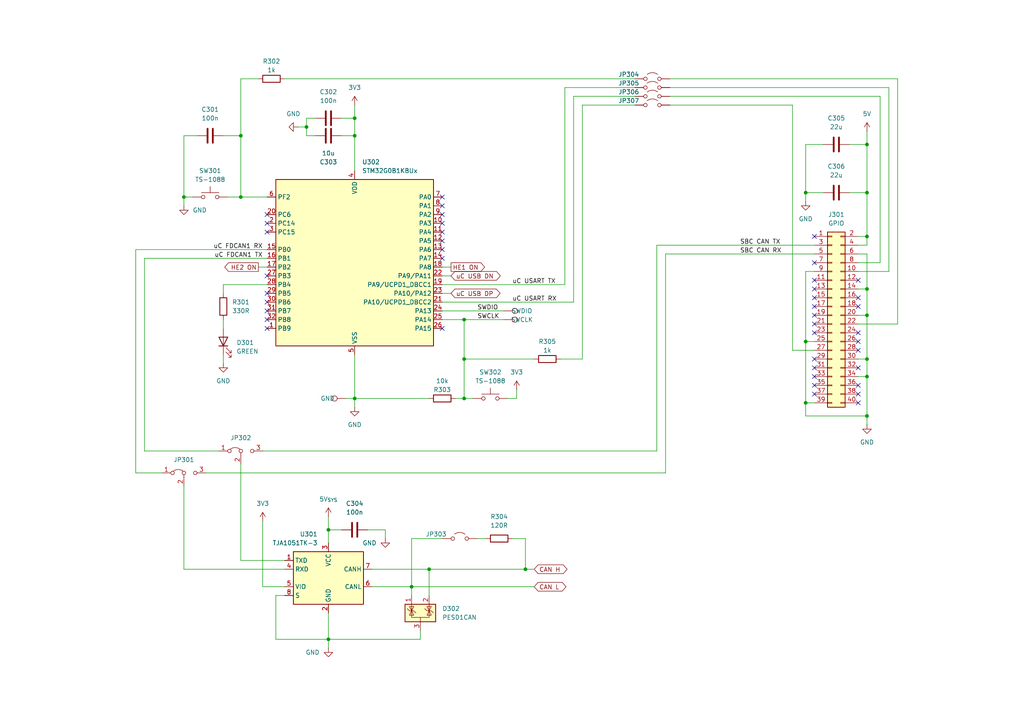
<source format=kicad_sch>
(kicad_sch (version 20250114) (generator "eeschema") (generator_version "9.0")
  (paper "A4")
  (title_block (title "EWS - Power, CANbus and USB HAT for 3D Printers") (date "2025-12-04") (rev "${PROJEKT_REV}") (company "Eduard Iten") (comment 1 "CC BY-NC-SA 4.0"))
  (lib_symbols
    (symbol "Connector_Generic:Conn_02x20_Odd_Even" (pin_names (offset 1.016) (hide yes))
      (property "Reference" "J" (at 1.27 25.4 0))
      (property "Value" "Conn_02x20_Odd_Even" (at 1.27 -27.94 0))
      (symbol "Conn_02x20_Odd_Even_1_1"
        (rectangle (start -1.27 24.13) (end 3.81 -26.67) (stroke (width 0.254)) (fill (type background)))
        (rectangle (start -1.27 22.987) (end 0 22.733) (stroke (width 0.1524)))
        (rectangle (start -1.27 20.447) (end 0 20.193) (stroke (width 0.1524)))
        (rectangle (start -1.27 17.907) (end 0 17.653) (stroke (width 0.1524)))
        (rectangle (start -1.27 15.367) (end 0 15.113) (stroke (width 0.1524)))
        (rectangle (start -1.27 12.827) (end 0 12.573) (stroke (width 0.1524)))
        (rectangle (start -1.27 10.287) (end 0 10.033) (stroke (width 0.1524)))
        (rectangle (start -1.27 7.747) (end 0 7.493) (stroke (width 0.1524)))
        (rectangle (start -1.27 5.207) (end 0 4.953) (stroke (width 0.1524)))
        (rectangle (start -1.27 2.667) (end 0 2.413) (stroke (width 0.1524)))
        (rectangle (start -1.27 0.127) (end 0 -0.127) (stroke (width 0.1524)))
        (rectangle (start -1.27 -2.413) (end 0 -2.667) (stroke (width 0.1524)))
        (rectangle (start -1.27 -4.953) (end 0 -5.207) (stroke (width 0.1524)))
        (rectangle (start -1.27 -7.493) (end 0 -7.747) (stroke (width 0.1524)))
        (rectangle (start -1.27 -10.033) (end 0 -10.287) (stroke (width 0.1524)))
        (rectangle (start -1.27 -12.573) (end 0 -12.827) (stroke (width 0.1524)))
        (rectangle (start -1.27 -15.113) (end 0 -15.367) (stroke (width 0.1524)))
        (rectangle (start -1.27 -17.653) (end 0 -17.907) (stroke (width 0.1524)))
        (rectangle (start -1.27 -20.193) (end 0 -20.447) (stroke (width 0.1524)))
        (rectangle (start -1.27 -22.733) (end 0 -22.987) (stroke (width 0.1524)))
        (rectangle (start -1.27 -25.273) (end 0 -25.527) (stroke (width 0.1524)))
        (rectangle (start 3.81 22.987) (end 2.54 22.733) (stroke (width 0.1524)))
        (rectangle (start 3.81 20.447) (end 2.54 20.193) (stroke (width 0.1524)))
        (rectangle (start 3.81 17.907) (end 2.54 17.653) (stroke (width 0.1524)))
        (rectangle (start 3.81 15.367) (end 2.54 15.113) (stroke (width 0.1524)))
        (rectangle (start 3.81 12.827) (end 2.54 12.573) (stroke (width 0.1524)))
        (rectangle (start 3.81 10.287) (end 2.54 10.033) (stroke (width 0.1524)))
        (rectangle (start 3.81 7.747) (end 2.54 7.493) (stroke (width 0.1524)))
        (rectangle (start 3.81 5.207) (end 2.54 4.953) (stroke (width 0.1524)))
        (rectangle (start 3.81 2.667) (end 2.54 2.413) (stroke (width 0.1524)))
        (rectangle (start 3.81 0.127) (end 2.54 -0.127) (stroke (width 0.1524)))
        (rectangle (start 3.81 -2.413) (end 2.54 -2.667) (stroke (width 0.1524)))
        (rectangle (start 3.81 -4.953) (end 2.54 -5.207) (stroke (width 0.1524)))
        (rectangle (start 3.81 -7.493) (end 2.54 -7.747) (stroke (width 0.1524)))
        (rectangle (start 3.81 -10.033) (end 2.54 -10.287) (stroke (width 0.1524)))
        (rectangle (start 3.81 -12.573) (end 2.54 -12.827) (stroke (width 0.1524)))
        (rectangle (start 3.81 -15.113) (end 2.54 -15.367) (stroke (width 0.1524)))
        (rectangle (start 3.81 -17.653) (end 2.54 -17.907) (stroke (width 0.1524)))
        (rectangle (start 3.81 -20.193) (end 2.54 -20.447) (stroke (width 0.1524)))
        (rectangle (start 3.81 -22.733) (end 2.54 -22.987) (stroke (width 0.1524)))
        (rectangle (start 3.81 -25.273) (end 2.54 -25.527) (stroke (width 0.1524)))
        (pin passive line (at -5.08 22.86 0) (length 3.81) (name "Pin_1") (number "1"))
        (pin passive line (at -5.08 20.32 0) (length 3.81) (name "Pin_3") (number "3"))
        (pin passive line (at -5.08 17.78 0) (length 3.81) (name "Pin_5") (number "5"))
        (pin passive line (at -5.08 15.24 0) (length 3.81) (name "Pin_7") (number "7"))
        (pin passive line (at -5.08 12.7 0) (length 3.81) (name "Pin_9") (number "9"))
        (pin passive line (at -5.08 10.16 0) (length 3.81) (name "Pin_11") (number "11"))
        (pin passive line (at -5.08 7.62 0) (length 3.81) (name "Pin_13") (number "13"))
        (pin passive line (at -5.08 5.08 0) (length 3.81) (name "Pin_15") (number "15"))
        (pin passive line (at -5.08 2.54 0) (length 3.81) (name "Pin_17") (number "17"))
        (pin passive line (at -5.08 0 0) (length 3.81) (name "Pin_19") (number "19"))
        (pin passive line (at -5.08 -2.54 0) (length 3.81) (name "Pin_21") (number "21"))
        (pin passive line (at -5.08 -5.08 0) (length 3.81) (name "Pin_23") (number "23"))
        (pin passive line (at -5.08 -7.62 0) (length 3.81) (name "Pin_25") (number "25"))
        (pin passive line (at -5.08 -10.16 0) (length 3.81) (name "Pin_27") (number "27"))
        (pin passive line (at -5.08 -12.7 0) (length 3.81) (name "Pin_29") (number "29"))
        (pin passive line (at -5.08 -15.24 0) (length 3.81) (name "Pin_31") (number "31"))
        (pin passive line (at -5.08 -17.78 0) (length 3.81) (name "Pin_33") (number "33"))
        (pin passive line (at -5.08 -20.32 0) (length 3.81) (name "Pin_35") (number "35"))
        (pin passive line (at -5.08 -22.86 0) (length 3.81) (name "Pin_37") (number "37"))
        (pin passive line (at -5.08 -25.4 0) (length 3.81) (name "Pin_39") (number "39"))
        (pin passive line (at 7.62 22.86 180) (length 3.81) (name "Pin_2") (number "2"))
        (pin passive line (at 7.62 20.32 180) (length 3.81) (name "Pin_4") (number "4"))
        (pin passive line (at 7.62 17.78 180) (length 3.81) (name "Pin_6") (number "6"))
        (pin passive line (at 7.62 15.24 180) (length 3.81) (name "Pin_8") (number "8"))
        (pin passive line (at 7.62 12.7 180) (length 3.81) (name "Pin_10") (number "10"))
        (pin passive line (at 7.62 10.16 180) (length 3.81) (name "Pin_12") (number "12"))
        (pin passive line (at 7.62 7.62 180) (length 3.81) (name "Pin_14") (number "14"))
        (pin passive line (at 7.62 5.08 180) (length 3.81) (name "Pin_16") (number "16"))
        (pin passive line (at 7.62 2.54 180) (length 3.81) (name "Pin_18") (number "18"))
        (pin passive line (at 7.62 0 180) (length 3.81) (name "Pin_20") (number "20"))
        (pin passive line (at 7.62 -2.54 180) (length 3.81) (name "Pin_22") (number "22"))
        (pin passive line (at 7.62 -5.08 180) (length 3.81) (name "Pin_24") (number "24"))
        (pin passive line (at 7.62 -7.62 180) (length 3.81) (name "Pin_26") (number "26"))
        (pin passive line (at 7.62 -10.16 180) (length 3.81) (name "Pin_28") (number "28"))
        (pin passive line (at 7.62 -12.7 180) (length 3.81) (name "Pin_30") (number "30"))
        (pin passive line (at 7.62 -15.24 180) (length 3.81) (name "Pin_32") (number "32"))
        (pin passive line (at 7.62 -17.78 180) (length 3.81) (name "Pin_34") (number "34"))
        (pin passive line (at 7.62 -20.32 180) (length 3.81) (name "Pin_36") (number "36"))
        (pin passive line (at 7.62 -22.86 180) (length 3.81) (name "Pin_38") (number "38"))
        (pin passive line (at 7.62 -25.4 180) (length 3.81) (name "Pin_40") (number "40"))
      )
    )
    (symbol "Device:C" (pin_numbers (hide yes)) (pin_names (offset 0.254))
      (property "Reference" "C" (at 0.635 2.54 0))
      (property "Value" "C" (at 0.635 -2.54 0))
      (symbol "C_0_1"
        (polyline (pts (xy -2.032 0.762) (xy 2.032 0.762)) (stroke (width 0.508)))
        (polyline (pts (xy -2.032 -0.762) (xy 2.032 -0.762)) (stroke (width 0.508)))
      )
      (symbol "C_1_1"
        (pin passive line (at 0 3.81 270) (length 2.794) (name "~") (number "1"))
        (pin passive line (at 0 -3.81 90) (length 2.794) (name "~") (number "2"))
      )
    )
    (symbol "Device:LED" (pin_numbers (hide yes)) (pin_names (offset 1.016) (hide yes))
      (property "Reference" "D" (at 0 2.54 0))
      (property "Value" "LED" (at 0 -2.54 0))
      (symbol "LED_0_1"
        (polyline (pts (xy -3.048 -0.762) (xy -4.572 -2.286) (xy -3.81 -2.286) (xy -4.572 -2.286) (xy -4.572 -1.524)))
        (polyline (pts (xy -1.778 -0.762) (xy -3.302 -2.286) (xy -2.54 -2.286) (xy -3.302 -2.286) (xy -3.302 -1.524)))
        (polyline (pts (xy -1.27 0) (xy 1.27 0)))
        (polyline (pts (xy -1.27 -1.27) (xy -1.27 1.27)) (stroke (width 0.254)))
        (polyline (pts (xy 1.27 -1.27) (xy 1.27 1.27) (xy -1.27 0) (xy 1.27 -1.27)) (stroke (width 0.254)))
      )
      (symbol "LED_1_1"
        (pin passive line (at -3.81 0 0) (length 2.54) (name "K") (number "1"))
        (pin passive line (at 3.81 0 180) (length 2.54) (name "A") (number "2"))
      )
    )
    (symbol "Device:R" (pin_numbers (hide yes)) (pin_names (offset 0))
      (property "Reference" "R" (at 2.032 0 90))
      (property "Value" "R" (at 0 0 90))
      (symbol "R_0_1"
        (rectangle (start -1.016 -2.54) (end 1.016 2.54) (stroke (width 0.254)))
      )
      (symbol "R_1_1"
        (pin passive line (at 0 3.81 270) (length 1.27) (name "~") (number "1"))
        (pin passive line (at 0 -3.81 90) (length 1.27) (name "~") (number "2"))
      )
    )
    (symbol "Interface_CAN_LIN:TJA1051TK-3"
      (property "Reference" "U" (at -10.16 8.89 0))
      (property "Value" "TJA1051TK-3" (at 1.27 8.89 0))
      (symbol "TJA1051TK-3_0_1"
        (rectangle (start -10.16 7.62) (end 10.16 -7.62) (stroke (width 0.254)) (fill (type background)))
      )
      (symbol "TJA1051TK-3_1_1"
        (pin input line (at -12.7 5.08 0) (length 2.54) (name "TXD") (number "1"))
        (pin output line (at -12.7 2.54 0) (length 2.54) (name "RXD") (number "4"))
        (pin power_in line (at -12.7 -2.54 0) (length 2.54) (name "VIO") (number "5"))
        (pin input line (at -12.7 -5.08 0) (length 2.54) (name "S") (number "8"))
        (pin power_in line (at 0 10.16 270) (length 2.54) (name "VCC") (number "3"))
        (pin power_in line (at 0 -10.16 90) (length 2.54) (name "GND") (number "2"))
        (pin passive line (at 0 -10.16 90) (length 2.54) (hide yes) (name "GND") (number "9"))
        (pin bidirectional line (at 12.7 2.54 180) (length 2.54) (name "CANH") (number "7"))
        (pin bidirectional line (at 12.7 -2.54 180) (length 2.54) (name "CANL") (number "6"))
      )
    )
    (symbol "Jumper:Jumper_2_Open" (pin_numbers (hide yes)) (pin_names (offset 0) (hide yes))
      (property "Reference" "JP" (at 0 2.794 0))
      (property "Value" "Jumper_2_Open" (at 0 -2.286 0))
      (symbol "Jumper_2_Open_0_0"
        (circle (center -2.032 0) (radius 0.508))
        (circle (center 2.032 0) (radius 0.508))
      )
      (symbol "Jumper_2_Open_0_1"
        (arc (start -1.524 1.27) (mid 0 1.778) (end 1.524 1.27))
      )
      (symbol "Jumper_2_Open_1_1"
        (pin passive line (at -5.08 0 0) (length 2.54) (name "A") (number "1"))
        (pin passive line (at 5.08 0 180) (length 2.54) (name "B") (number "2"))
      )
    )
    (symbol "Jumper:Jumper_3_Bridged12" (pin_names (offset 0) (hide yes)) (in_bom no)
      (property "Reference" "JP" (at -2.54 -2.54 0))
      (property "Value" "Jumper_3_Bridged12" (at 0 2.794 0))
      (symbol "Jumper_3_Bridged12_0_0"
        (circle (center -3.302 0) (radius 0.508))
        (circle (center 0 0) (radius 0.508))
        (circle (center 3.302 0) (radius 0.508))
      )
      (symbol "Jumper_3_Bridged12_0_1"
        (arc (start -3.048 0.508) (mid -1.651 0.9912) (end -0.254 0.508))
        (polyline (pts (xy 0 -1.27) (xy 0 -0.508)))
      )
      (symbol "Jumper_3_Bridged12_1_1"
        (pin passive line (at -6.35 0 0) (length 2.54) (name "A") (number "1"))
        (pin passive line (at 0 -3.81 90) (length 2.54) (name "C") (number "2"))
        (pin passive line (at 6.35 0 180) (length 2.54) (name "B") (number "3"))
      )
    )
    (symbol "MCU_ST_STM32G0:STM32G0B1KBUx"
      (property "Reference" "U" (at -22.86 26.67 0))
      (property "Value" "STM32G0B1KBUx" (at 2.54 26.67 0))
      (symbol "STM32G0B1KBUx_0_1"
        (rectangle (start -22.86 -22.86) (end 22.86 25.4) (stroke (width 0.254)) (fill (type background)))
      )
      (symbol "STM32G0B1KBUx_1_1"
        (pin bidirectional line (at -25.4 20.32 0) (length 2.54) (name "PF2") (number "6"))
        (pin bidirectional line (at -25.4 15.24 0) (length 2.54) (name "PC6") (number "20"))
        (pin bidirectional line (at -25.4 12.7 0) (length 2.54) (name "PC14") (number "2"))
        (pin bidirectional line (at -25.4 10.16 0) (length 2.54) (name "PC15") (number "3"))
        (pin bidirectional line (at -25.4 5.08 0) (length 2.54) (name "PB0") (number "15"))
        (pin bidirectional line (at -25.4 2.54 0) (length 2.54) (name "PB1") (number "16"))
        (pin bidirectional line (at -25.4 0 0) (length 2.54) (name "PB2") (number "17"))
        (pin bidirectional line (at -25.4 -2.54 0) (length 2.54) (name "PB3") (number "27"))
        (pin bidirectional line (at -25.4 -5.08 0) (length 2.54) (name "PB4") (number "28"))
        (pin bidirectional line (at -25.4 -7.62 0) (length 2.54) (name "PB5") (number "29"))
        (pin bidirectional line (at -25.4 -10.16 0) (length 2.54) (name "PB6") (number "30"))
        (pin bidirectional line (at -25.4 -12.7 0) (length 2.54) (name "PB7") (number "31"))
        (pin bidirectional line (at -25.4 -15.24 0) (length 2.54) (name "PB8") (number "32"))
        (pin bidirectional line (at -25.4 -17.78 0) (length 2.54) (name "PB9") (number "1"))
        (pin power_in line (at 0 27.94 270) (length 2.54) (name "VDD") (number "4"))
        (pin passive line (at 0 -25.4 90) (length 2.54) (hide yes) (name "VSS") (number "33"))
        (pin power_in line (at 0 -25.4 90) (length 2.54) (name "VSS") (number "5"))
        (pin bidirectional line (at 25.4 20.32 180) (length 2.54) (name "PA0") (number "7"))
        (pin bidirectional line (at 25.4 17.78 180) (length 2.54) (name "PA1") (number "8"))
        (pin bidirectional line (at 25.4 15.24 180) (length 2.54) (name "PA2") (number "9"))
        (pin bidirectional line (at 25.4 12.7 180) (length 2.54) (name "PA3") (number "10"))
        (pin bidirectional line (at 25.4 10.16 180) (length 2.54) (name "PA4") (number "11"))
        (pin bidirectional line (at 25.4 7.62 180) (length 2.54) (name "PA5") (number "12"))
        (pin bidirectional line (at 25.4 5.08 180) (length 2.54) (name "PA6") (number "13"))
        (pin bidirectional line (at 25.4 2.54 180) (length 2.54) (name "PA7") (number "14"))
        (pin bidirectional line (at 25.4 0 180) (length 2.54) (name "PA8") (number "18"))
        (pin bidirectional line (at 25.4 -2.54 180) (length 2.54) (name "PA9/PA11") (number "22"))
        (pin bidirectional line (at 25.4 -5.08 180) (length 2.54) (name "PA9/UCPD1_DBCC1") (number "19"))
        (pin bidirectional line (at 25.4 -7.62 180) (length 2.54) (name "PA10/PA12") (number "23"))
        (pin bidirectional line (at 25.4 -10.16 180) (length 2.54) (name "PA10/UCPD1_DBCC2") (number "21"))
        (pin bidirectional line (at 25.4 -12.7 180) (length 2.54) (name "PA13") (number "24"))
        (pin bidirectional line (at 25.4 -15.24 180) (length 2.54) (name "PA14") (number "25"))
        (pin bidirectional line (at 25.4 -17.78 180) (length 2.54) (name "PA15") (number "26"))
      )
    )
    (symbol "NamedTestPoint_1" (pin_numbers (hide yes)) (pin_names (offset 0.762) (hide yes))
      (property "Value" "${SHORT_NET_NAME(1)}" (at 0 6.35 0))
      (symbol "NamedTestPoint_1_0_1"
        (circle (center 0 3.302) (radius 0.762))
      )
      (symbol "NamedTestPoint_1_1_1"
        (pin passive line (at 0 0 90) (length 2.54) (name "1") (number "1"))
      )
    )
    (symbol "Power_Protection:NUP2105L" (pin_names (hide yes))
      (property "Reference" "D" (at 5.715 2.54 0))
      (property "Value" "NUP2105L" (at 5.715 0.635 0))
      (symbol "NUP2105L_0_0"
        (pin passive line (at 0 -5.08 90) (length 2.54) (name "A") (number "3"))
      )
      (symbol "NUP2105L_0_1"
        (rectangle (start -4.445 2.54) (end 4.445 -2.54) (stroke (width 0.254)) (fill (type background)))
        (polyline (pts (xy -3.81 1.27) (xy -3.175 0.635) (xy -1.905 0.635) (xy -1.27 0)))
        (polyline (pts (xy -2.54 2.54) (xy -2.54 0.635)))
        (polyline (pts (xy -2.54 0.635) (xy -2.54 -1.27) (xy 2.54 -1.27) (xy 2.54 0.635)))
        (polyline (pts (xy -2.54 0.635) (xy -1.905 -0.635) (xy -3.175 -0.635) (xy -2.54 0.635)))
        (polyline (pts (xy -2.54 0.635) (xy -3.175 1.905) (xy -1.905 1.905) (xy -2.54 0.635) (xy -2.54 1.27)))
        (polyline (pts (xy 0 -1.27) (xy 0 -2.54)))
        (polyline (pts (xy 1.27 1.27) (xy 1.905 0.635) (xy 2.54 0.635) (xy 3.175 0.635) (xy 3.81 0)))
        (polyline (pts (xy 2.54 2.54) (xy 2.54 0.635)))
        (polyline (pts (xy 2.54 0.635) (xy 1.905 -0.635) (xy 3.175 -0.635) (xy 2.54 0.635)))
        (polyline (pts (xy 2.54 0.635) (xy 3.175 1.905) (xy 1.905 1.905) (xy 2.54 0.635)))
      )
      (symbol "NUP2105L_1_1"
        (pin passive line (at -2.54 5.08 270) (length 2.54) (name "K") (number "1"))
        (pin passive line (at 2.54 5.08 270) (length 2.54) (name "K") (number "2"))
      )
    )
    (symbol "Switch:SW_Push" (pin_numbers (hide yes)) (pin_names (offset 1.016) (hide yes))
      (property "Reference" "SW" (at 1.27 2.54 0))
      (property "Value" "SW_Push" (at 0 -1.524 0))
      (symbol "SW_Push_0_1"
        (circle (center -2.032 0) (radius 0.508))
        (polyline (pts (xy 0 1.27) (xy 0 3.048)))
        (circle (center 2.032 0) (radius 0.508))
        (polyline (pts (xy 2.54 1.27) (xy -2.54 1.27)))
        (pin passive line (at -5.08 0 0) (length 2.54) (name "1") (number "1"))
        (pin passive line (at 5.08 0 180) (length 2.54) (name "2") (number "2"))
      )
    )
    (symbol "power:+3.3V" (power) (pin_numbers (hide yes)) (pin_names (offset 0) (hide yes))
      (property "Value" "+3.3V" (at 0 3.556 0))
      (symbol "+3.3V_0_1"
        (polyline (pts (xy -0.762 1.27) (xy 0 2.54)))
        (polyline (pts (xy 0 2.54) (xy 0.762 1.27)))
        (polyline (pts (xy 0 0) (xy 0 2.54)))
      )
      (symbol "+3.3V_1_1"
        (pin power_in line (at 0 0 90) (length 0) (name "~") (number "1"))
      )
    )
    (symbol "power:+5V" (power) (pin_numbers (hide yes)) (pin_names (offset 0) (hide yes))
      (property "Value" "+5V" (at 0 3.556 0))
      (symbol "+5V_0_1"
        (polyline (pts (xy -0.762 1.27) (xy 0 2.54)))
        (polyline (pts (xy 0 2.54) (xy 0.762 1.27)))
        (polyline (pts (xy 0 0) (xy 0 2.54)))
      )
      (symbol "+5V_1_1"
        (pin power_in line (at 0 0 90) (length 0) (name "~") (number "1"))
      )
    )
    (symbol "power:GND" (power) (pin_numbers (hide yes)) (pin_names (offset 0) (hide yes))
      (property "Value" "GND" (at 0 -3.81 0))
      (symbol "GND_0_1"
        (polyline (pts (xy 0 0) (xy 0 -1.27) (xy 1.27 -1.27) (xy 0 -2.54) (xy -1.27 -1.27) (xy 0 -1.27)))
      )
      (symbol "GND_1_1"
        (pin power_in line (at 0 0 270) (length 0) (name "~") (number "1"))
      )
    )
  )
  (junction (at 69.85 57.15))
  (junction (at 88.9 36.83))
  (junction (at 95.25 153.67))
  (junction (at 251.46 68.58))
  (junction (at 102.87 39.37))
  (junction (at 233.68 116.84))
  (junction (at 134.62 92.71))
  (junction (at 233.68 55.88))
  (junction (at 102.87 34.29))
  (junction (at 69.85 39.37))
  (junction (at 251.46 91.44))
  (junction (at 251.46 83.82))
  (junction (at 152.4 165.1))
  (junction (at 233.68 99.06))
  (junction (at 95.25 185.42))
  (junction (at 124.46 165.1))
  (junction (at 251.46 41.91))
  (junction (at 134.62 104.14))
  (junction (at 251.46 120.65))
  (junction (at 134.62 115.57))
  (junction (at 251.46 55.88))
  (junction (at 53.34 57.15))
  (junction (at 251.46 104.14))
  (junction (at 102.87 115.57))
  (junction (at 119.38 170.18))
  (junction (at 251.46 109.22))
  (no_connect (at 248.92 99.06))
  (no_connect (at 236.22 109.22))
  (no_connect (at 248.92 81.28))
  (no_connect (at 248.92 86.36))
  (no_connect (at 236.22 88.9))
  (no_connect (at 236.22 96.52))
  (no_connect (at 236.22 111.76))
  (no_connect (at 236.22 106.68))
  (no_connect (at 128.27 64.77))
  (no_connect (at 248.92 96.52))
  (no_connect (at 248.92 116.84))
  (no_connect (at 128.27 59.69))
  (no_connect (at 77.47 95.25))
  (no_connect (at 128.27 62.23))
  (no_connect (at 77.47 80.01))
  (no_connect (at 77.47 85.09))
  (no_connect (at 236.22 104.14))
  (no_connect (at 77.47 87.63))
  (no_connect (at 248.92 114.3))
  (no_connect (at 128.27 72.39))
  (no_connect (at 128.27 67.31))
  (no_connect (at 236.22 86.36))
  (no_connect (at 248.92 101.6))
  (no_connect (at 77.47 62.23))
  (no_connect (at 236.22 81.28))
  (no_connect (at 128.27 69.85))
  (no_connect (at 128.27 74.93))
  (no_connect (at 236.22 83.82))
  (no_connect (at 77.47 92.71))
  (no_connect (at 248.92 111.76))
  (no_connect (at 128.27 95.25))
  (no_connect (at 236.22 91.44))
  (no_connect (at 236.22 76.2))
  (no_connect (at 77.47 67.31))
  (no_connect (at 236.22 93.98))
  (no_connect (at 248.92 106.68))
  (no_connect (at 248.92 88.9))
  (no_connect (at 236.22 114.3))
  (no_connect (at 128.27 57.15))
  (no_connect (at 236.22 68.58))
  (no_connect (at 77.47 64.77))
  (no_connect (at 77.47 90.17))
  (wire (pts (xy 53.34 165.1) (xy 53.34 140.97)))
  (wire (pts (xy 119.38 170.18) (xy 107.95 170.18)))
  (wire (pts (xy 152.4 165.1) (xy 152.4 156.21)))
  (wire (pts (xy 39.37 72.39) (xy 77.47 72.39)))
  (wire (pts (xy 82.55 22.86) (xy 184.15 22.86)))
  (wire (pts (xy 251.46 123.19) (xy 251.46 120.65)))
  (wire (pts (xy 248.92 68.58) (xy 251.46 68.58)))
  (wire (pts (xy 80.01 172.72) (xy 80.01 185.42)))
  (wire (pts (xy 128.27 92.71) (xy 134.62 92.71)))
  (wire (pts (xy 88.9 34.29) (xy 91.44 34.29)))
  (wire (pts (xy 64.77 82.55) (xy 77.47 82.55)))
  (wire (pts (xy 128.27 85.09) (xy 130.81 85.09)))
  (wire (pts (xy 233.68 78.74) (xy 233.68 99.06)))
  (wire (pts (xy 80.01 185.42) (xy 95.25 185.42)))
  (wire (pts (xy 128.27 82.55) (xy 163.83 82.55)))
  (wire (pts (xy 257.81 25.4) (xy 257.81 78.74)))
  (wire (pts (xy 233.68 55.88) (xy 233.68 58.42)))
  (wire (pts (xy 229.87 101.6) (xy 236.22 101.6)))
  (wire (pts (xy 95.25 149.86) (xy 95.25 153.67)))
  (wire (pts (xy 64.77 102.87) (xy 64.77 105.41)))
  (wire (pts (xy 111.76 156.21) (xy 111.76 153.67)))
  (wire (pts (xy 74.93 77.47) (xy 77.47 77.47)))
  (wire (pts (xy 134.62 104.14) (xy 134.62 115.57)))
  (wire (pts (xy 86.36 36.83) (xy 88.9 36.83)))
  (wire (pts (xy 233.68 116.84) (xy 233.68 120.65)))
  (wire (pts (xy 69.85 22.86) (xy 69.85 39.37)))
  (wire (pts (xy 233.68 99.06) (xy 236.22 99.06)))
  (wire (pts (xy 69.85 162.56) (xy 69.85 134.62)))
  (wire (pts (xy 119.38 170.18) (xy 119.38 172.72)))
  (wire (pts (xy 134.62 104.14) (xy 154.94 104.14)))
  (wire (pts (xy 248.92 83.82) (xy 251.46 83.82)))
  (wire (pts (xy 39.37 137.16) (xy 46.99 137.16)))
  (wire (pts (xy 248.92 109.22) (xy 251.46 109.22)))
  (wire (pts (xy 251.46 83.82) (xy 251.46 91.44)))
  (wire (pts (xy 134.62 92.71) (xy 134.62 104.14)))
  (wire (pts (xy 124.46 165.1) (xy 124.46 172.72)))
  (wire (pts (xy 251.46 109.22) (xy 251.46 120.65)))
  (wire (pts (xy 162.56 104.14) (xy 168.91 104.14)))
  (wire (pts (xy 132.08 115.57) (xy 134.62 115.57)))
  (wire (pts (xy 76.2 170.18) (xy 82.55 170.18)))
  (wire (pts (xy 124.46 165.1) (xy 107.95 165.1)))
  (wire (pts (xy 95.25 185.42) (xy 121.92 185.42)))
  (wire (pts (xy 193.04 73.66) (xy 193.04 137.16)))
  (wire (pts (xy 251.46 41.91) (xy 251.46 38.1)))
  (wire (pts (xy 194.31 22.86) (xy 260.35 22.86)))
  (wire (pts (xy 194.31 27.94) (xy 255.27 27.94)))
  (wire (pts (xy 59.69 137.16) (xy 193.04 137.16)))
  (wire (pts (xy 251.46 104.14) (xy 251.46 109.22)))
  (wire (pts (xy 99.06 39.37) (xy 102.87 39.37)))
  (wire (pts (xy 190.5 71.12) (xy 190.5 130.81)))
  (wire (pts (xy 236.22 78.74) (xy 233.68 78.74)))
  (wire (pts (xy 64.77 85.09) (xy 64.77 82.55)))
  (wire (pts (xy 41.91 130.81) (xy 63.5 130.81)))
  (wire (pts (xy 251.46 68.58) (xy 251.46 55.88)))
  (wire (pts (xy 95.25 177.8) (xy 95.25 185.42)))
  (wire (pts (xy 251.46 73.66) (xy 251.46 83.82)))
  (wire (pts (xy 76.2 130.81) (xy 190.5 130.81)))
  (wire (pts (xy 166.37 87.63) (xy 166.37 27.94)))
  (wire (pts (xy 166.37 27.94) (xy 184.15 27.94)))
  (wire (pts (xy 233.68 99.06) (xy 233.68 116.84)))
  (wire (pts (xy 138.43 156.21) (xy 140.97 156.21)))
  (wire (pts (xy 260.35 93.98) (xy 248.92 93.98)))
  (wire (pts (xy 194.31 30.48) (xy 229.87 30.48)))
  (wire (pts (xy 95.25 153.67) (xy 95.25 157.48)))
  (wire (pts (xy 128.27 90.17) (xy 146.05 90.17)))
  (wire (pts (xy 99.06 153.67) (xy 95.25 153.67)))
  (wire (pts (xy 255.27 27.94) (xy 255.27 76.2)))
  (wire (pts (xy 152.4 165.1) (xy 154.94 165.1)))
  (wire (pts (xy 251.46 71.12) (xy 251.46 68.58)))
  (wire (pts (xy 248.92 73.66) (xy 251.46 73.66)))
  (wire (pts (xy 163.83 82.55) (xy 163.83 25.4)))
  (wire (pts (xy 229.87 30.48) (xy 229.87 101.6)))
  (wire (pts (xy 102.87 30.48) (xy 102.87 34.29)))
  (wire (pts (xy 88.9 39.37) (xy 88.9 36.83)))
  (wire (pts (xy 128.27 80.01) (xy 130.81 80.01)))
  (wire (pts (xy 41.91 74.93) (xy 41.91 130.81)))
  (wire (pts (xy 82.55 172.72) (xy 80.01 172.72)))
  (wire (pts (xy 39.37 72.39) (xy 39.37 137.16)))
  (wire (pts (xy 124.46 115.57) (xy 102.87 115.57)))
  (wire (pts (xy 102.87 34.29) (xy 102.87 39.37)))
  (wire (pts (xy 194.31 25.4) (xy 257.81 25.4)))
  (wire (pts (xy 41.91 74.93) (xy 77.47 74.93)))
  (wire (pts (xy 251.46 55.88) (xy 251.46 41.91)))
  (wire (pts (xy 238.76 41.91) (xy 233.68 41.91)))
  (wire (pts (xy 233.68 41.91) (xy 233.68 55.88)))
  (wire (pts (xy 238.76 55.88) (xy 233.68 55.88)))
  (wire (pts (xy 257.81 78.74) (xy 248.92 78.74)))
  (wire (pts (xy 251.46 91.44) (xy 251.46 104.14)))
  (wire (pts (xy 121.92 182.88) (xy 121.92 185.42)))
  (wire (pts (xy 111.76 153.67) (xy 106.68 153.67)))
  (wire (pts (xy 246.38 41.91) (xy 251.46 41.91)))
  (wire (pts (xy 248.92 104.14) (xy 251.46 104.14)))
  (wire (pts (xy 64.77 92.71) (xy 64.77 95.25)))
  (wire (pts (xy 163.83 25.4) (xy 184.15 25.4)))
  (wire (pts (xy 246.38 55.88) (xy 251.46 55.88)))
  (wire (pts (xy 102.87 115.57) (xy 102.87 118.11)))
  (wire (pts (xy 248.92 71.12) (xy 251.46 71.12)))
  (wire (pts (xy 91.44 39.37) (xy 88.9 39.37)))
  (wire (pts (xy 102.87 39.37) (xy 102.87 49.53)))
  (wire (pts (xy 168.91 30.48) (xy 168.91 104.14)))
  (wire (pts (xy 64.77 39.37) (xy 69.85 39.37)))
  (wire (pts (xy 128.27 87.63) (xy 166.37 87.63)))
  (wire (pts (xy 233.68 116.84) (xy 236.22 116.84)))
  (wire (pts (xy 134.62 115.57) (xy 137.16 115.57)))
  (wire (pts (xy 102.87 102.87) (xy 102.87 115.57)))
  (wire (pts (xy 134.62 92.71) (xy 146.05 92.71)))
  (wire (pts (xy 248.92 91.44) (xy 251.46 91.44)))
  (wire (pts (xy 76.2 151.13) (xy 76.2 170.18)))
  (wire (pts (xy 55.88 57.15) (xy 53.34 57.15)))
  (wire (pts (xy 66.04 57.15) (xy 69.85 57.15)))
  (wire (pts (xy 82.55 165.1) (xy 53.34 165.1)))
  (wire (pts (xy 236.22 71.12) (xy 190.5 71.12)))
  (wire (pts (xy 53.34 57.15) (xy 53.34 59.69)))
  (wire (pts (xy 102.87 115.57) (xy 100.33 115.57)))
  (wire (pts (xy 53.34 39.37) (xy 53.34 57.15)))
  (wire (pts (xy 152.4 156.21) (xy 148.59 156.21)))
  (wire (pts (xy 248.92 76.2) (xy 255.27 76.2)))
  (wire (pts (xy 119.38 170.18) (xy 154.94 170.18)))
  (wire (pts (xy 95.25 185.42) (xy 95.25 187.96)))
  (wire (pts (xy 233.68 120.65) (xy 251.46 120.65)))
  (wire (pts (xy 82.55 162.56) (xy 69.85 162.56)))
  (wire (pts (xy 193.04 73.66) (xy 236.22 73.66)))
  (wire (pts (xy 77.47 57.15) (xy 69.85 57.15)))
  (wire (pts (xy 130.81 77.47) (xy 128.27 77.47)))
  (wire (pts (xy 149.86 113.03) (xy 149.86 115.57)))
  (wire (pts (xy 88.9 36.83) (xy 88.9 34.29)))
  (wire (pts (xy 99.06 34.29) (xy 102.87 34.29)))
  (wire (pts (xy 119.38 156.21) (xy 119.38 170.18)))
  (wire (pts (xy 149.86 115.57) (xy 147.32 115.57)))
  (wire (pts (xy 69.85 22.86) (xy 74.93 22.86)))
  (wire (pts (xy 69.85 39.37) (xy 69.85 57.15)))
  (wire (pts (xy 168.91 30.48) (xy 184.15 30.48)))
  (wire (pts (xy 152.4 165.1) (xy 124.46 165.1)))
  (wire (pts (xy 57.15 39.37) (xy 53.34 39.37)))
  (wire (pts (xy 260.35 22.86) (xy 260.35 93.98)))
  (wire (pts (xy 119.38 156.21) (xy 128.27 156.21)))
  (label "SBC CAN TX" (at 214.63 71.12 0))
  (label "uC USART TX" (at 148.59 82.55 0))
  (label "uC USART RX" (at 148.59 87.63 0))
  (label "SWDIO" (at 138.43 90.17 0))
  (label "SWCLK" (at 138.43 92.71 0))
  (label "uC FDCAN1 TX" (at 76.2 74.93 180))
  (label "uC FDCAN1 RX" (at 76.2 72.39 180))
  (label "SBC CAN RX" (at 214.63 73.66 0))
  (global_label "uC USB DN" (shape bidirectional) (at 130.81 80.01 0) (property "Intersheetrefs" "${INTERSHEET_REFS}" (effects (hide yes))))
  (global_label "uC USB DP" (shape bidirectional) (at 130.81 85.09 0) (property "Intersheetrefs" "${INTERSHEET_REFS}" (effects (hide yes))))
  (global_label "HE1 ON" (shape output) (at 130.81 77.47 0) (property "Intersheetrefs" "${INTERSHEET_REFS}" (effects (hide yes))))
  (global_label "CAN L" (shape bidirectional) (at 154.94 170.18 0) (property "Intersheetrefs" "${INTERSHEET_REFS}" (effects (hide yes))))
  (global_label "HE2 ON" (shape output) (at 74.93 77.47 180) (property "Intersheetrefs" "${INTERSHEET_REFS}" (effects (hide yes))))
  (global_label "CAN H" (shape bidirectional) (at 154.94 165.1 0) (property "Intersheetrefs" "${INTERSHEET_REFS}" (effects (hide yes))))
  (symbol (lib_id "Device:C") (at 102.87 153.67 270) (mirror x) (unit 1)
    (property "Reference" "C304" (at 102.87 146.05 90))
    (property "Value" "100n" (at 102.87 148.59 90))
    (property "Footprint" "Capacitor_SMD:C_0402_1005Metric" (effects (hide yes)))
    (property "Description" "Unpolarized capacitor" (effects (hide yes)))
    (property "LCSC Part #" "C307331" (effects (hide yes)))
    (property "Manufacturer Part #" "CL05B104KB54PNC" (effects (hide yes)))
  )
  (symbol (lib_id "Jumper:Jumper_3_Bridged12") (at 53.34 137.16 0) (unit 1) (in_bom no)
    (property "Reference" "JP301" (at 53.34 133.35 0))
    (property "Footprint" "project:SolderJumper-3_P1.3mm_Bridged12_RoundedPad1.0x1.5mm_custom" (effects (hide yes)))
    (property "Description" "Jumper, 3-pole, pins 1+2 closed/bridged" (effects (hide yes)))
  )
  (symbol (lib_id "Jumper:Jumper_2_Open") (at 189.23 22.86 0) (unit 1) (in_bom no)
    (property "Reference" "JP304" (at 185.42 21.59 0) (effects (justify right)))
    (property "Footprint" "Jumper:SolderJumper-2_P1.3mm_Open_RoundedPad1.0x1.5mm" (effects (hide yes)))
    (property "Description" "Jumper, 2-pole, open" (effects (hide yes)))
  )
  (symbol (lib_id "power:+3.3V") (at 251.46 38.1 0) (unit 1)
    (property "Reference" "#PWR0312" (effects (hide yes)))
    (property "Value" "5V" (at 251.46 33.02 0))
    (property "Description" "Power symbol creates a global label with name \"+3.3V\"" (effects (hide yes)))
  )
  (symbol (lib_id "Device:C") (at 95.25 39.37 270) (unit 1)
    (property "Reference" "C303" (at 95.25 46.99 90))
    (property "Value" "10u" (at 95.25 44.45 90))
    (property "Footprint" "Capacitor_SMD:C_0603_1608Metric" (effects (hide yes)))
    (property "Description" "Unpolarized capacitor" (effects (hide yes)))
    (property "Manufacturer Part #" "CL10A106MA8NRNC" (effects (hide yes)))
    (property "LCSC Part #" "C96446" (effects (hide yes)))
  )
  (symbol (lib_id "Device:R") (at 64.77 88.9 0) (unit 1)
    (property "Reference" "R301" (at 67.31 87.6299 0) (effects (justify left)))
    (property "Value" "330R" (at 67.31 90.1699 0) (effects (justify left)))
    (property "Footprint" "Resistor_SMD:R_0402_1005Metric" (effects (hide yes)))
    (property "Description" "Resistor" (effects (hide yes)))
    (property "Manufacturer Part #" "0402WGF3300TCE" (effects (hide yes)))
    (property "LCSC Part #" "C25104" (effects (hide yes)))
  )
  (symbol (lib_id "power:GND") (at 86.36 36.83 270) (unit 1)
    (property "Reference" "#PWR0304" (effects (hide yes)))
    (property "Value" "GND" (at 85.09 33.02 90))
    (property "Description" "Power symbol creates a global label with name \"GND\" , ground" (effects (hide yes)))
  )
  (symbol (lib_id "MCU_ST_STM32G0:STM32G0B1KBUx") (at 102.87 77.47 0) (unit 1)
    (property "Reference" "U302" (at 105.0133 46.99 0) (effects (justify left)))
    (property "Value" "STM32G0B1KBUx" (at 105.0133 49.53 0) (effects (justify left)))
    (property "Footprint" "Package_DFN_QFN:QFN-32-1EP_5x5mm_P0.5mm_EP3.45x3.45mm" (effects (hide yes)))
    (property "Datasheet" "https://www.st.com/resource/en/datasheet/stm32g0b1kb.pdf" (effects (hide yes)))
    (property "Description" "STMicroelectronics Arm Cortex-M0+ MCU, 128KB flash, 144KB RAM, 64 MHz, 1.7-3.6V, 30 GPIO, UFQFPN32" (effects (hide yes)))
    (property "LCSC Part #" "C5159549" (effects (hide yes)))
    (property "Manufacturer Part #" "STM32G0B1KBU6" (effects (hide yes)))
    (property "FT Rotation Offset" "270" (effects (hide yes)))
  )
  (symbol (lib_id "Switch:SW_Push") (at 142.24 115.57 0) (mirror y) (unit 1)
    (property "Reference" "SW302" (at 142.24 107.95 0))
    (property "Value" "TS-1088" (at 142.24 110.49 0))
    (property "Footprint" "Button_Switch_SMD:SW_SPST_TS-1088-xR020" (effects (hide yes)))
    (property "Description" "Push button switch, generic, two pins" (effects (hide yes)))
    (property "LCSC Part #" "C720477" (effects (hide yes)))
    (property "Manufacturer Part #" "TS-1088-AR02016" (effects (hide yes)))
  )
  (symbol (lib_id "Device:R") (at 144.78 156.21 90) (unit 1)
    (property "Reference" "R304" (at 144.78 149.86 90))
    (property "Value" "120R" (at 144.78 152.4 90))
    (property "Footprint" "Resistor_SMD:R_0603_1608Metric" (effects (hide yes)))
    (property "Description" "Resistor" (effects (hide yes)))
    (property "Manufacturer Part #" "0603WAF1200T5E" (effects (hide yes)))
    (property "LCSC Part #" "C22787" (effects (hide yes)))
  )
  (symbol (lib_id "Device:LED") (at 64.77 99.06 90) (unit 1)
    (property "Reference" "D301" (at 68.58 99.3774 90) (effects (justify right)))
    (property "Value" "GREEN" (at 68.58 101.9174 90) (effects (justify right)))
    (property "Footprint" "LED_SMD:LED_0805_2012Metric" (effects (hide yes)))
    (property "Description" "Light emitting diode" (effects (hide yes)))
    (property "Sim.Pins" "1=K 2=A" (effects (hide yes)))
    (property "Manufacturer Part #" "KT-0805G" (effects (hide yes)))
    (property "LCSC Part #" "C2297" (effects (hide yes)))
  )
  (symbol (lib_id "Jumper:Jumper_2_Open") (at 189.23 25.4 0) (unit 1) (in_bom no)
    (property "Reference" "JP305" (at 185.42 24.13 0) (effects (justify right)))
    (property "Footprint" "Jumper:SolderJumper-2_P1.3mm_Open_RoundedPad1.0x1.5mm" (effects (hide yes)))
    (property "Description" "Jumper, 2-pole, open" (effects (hide yes)))
  )
  (symbol (lib_id "Device:C") (at 95.25 34.29 90) (unit 1)
    (property "Reference" "C302" (at 95.25 26.67 90))
    (property "Value" "100n" (at 95.25 29.21 90))
    (property "Footprint" "Capacitor_SMD:C_0402_1005Metric" (effects (hide yes)))
    (property "Description" "Unpolarized capacitor" (effects (hide yes)))
    (property "LCSC Part #" "C307331" (effects (hide yes)))
    (property "Manufacturer Part #" "CL05B104KB54PNC" (effects (hide yes)))
  )
  (symbol (lib_id "power:+3.3V") (at 149.86 113.03 0) (mirror y) (unit 1)
    (property "Reference" "#PWR0310" (effects (hide yes)))
    (property "Value" "3V3" (at 149.86 107.95 0))
    (property "Description" "Power symbol creates a global label with name \"+3.3V\"" (effects (hide yes)))
  )
  (symbol (lib_id "power:+3.3V") (at 102.87 30.48 0) (unit 1)
    (property "Reference" "#PWR0307" (effects (hide yes)))
    (property "Value" "3V3" (at 102.87 25.4 0))
    (property "Description" "Power symbol creates a global label with name \"+3.3V\"" (effects (hide yes)))
  )
  (symbol (lib_id "Jumper:Jumper_3_Bridged12") (at 69.85 130.81 0) (unit 1) (in_bom no)
    (property "Reference" "JP302" (at 69.85 127 0))
    (property "Footprint" "project:SolderJumper-3_P1.3mm_Bridged12_RoundedPad1.0x1.5mm_custom" (effects (hide yes)))
    (property "Description" "Jumper, 3-pole, pins 1+2 closed/bridged" (effects (hide yes)))
  )
  (symbol (lib_id "Switch:SW_Push") (at 60.96 57.15 0) (unit 1)
    (property "Reference" "SW301" (at 60.96 49.53 0))
    (property "Value" "TS-1088" (at 60.96 52.07 0))
    (property "Footprint" "Button_Switch_SMD:SW_SPST_TS-1088-xR020" (effects (hide yes)))
    (property "Description" "Push button switch, generic, two pins" (effects (hide yes)))
    (property "LCSC Part #" "C720477" (effects (hide yes)))
    (property "Manufacturer Part #" "TS-1088-AR02016" (effects (hide yes)))
  )
  (symbol (lib_id "Device:R") (at 158.75 104.14 270) (mirror x) (unit 1)
    (property "Reference" "R305" (at 158.75 99.06 90))
    (property "Value" "1k" (at 158.75 101.6 90))
    (property "Footprint" "Resistor_SMD:R_0402_1005Metric" (effects (hide yes)))
    (property "Description" "Resistor" (effects (hide yes)))
    (property "LCSC Part #" "C11702" (effects (hide yes)))
    (property "Manufacturer Part #" "0402WGF1001TCE" (effects (hide yes)))
  )
  (symbol (lib_id "power:GND") (at 64.77 105.41 0) (unit 1)
    (property "Reference" "#PWR0302" (effects (hide yes)))
    (property "Value" "GND" (at 64.77 110.49 0))
    (property "Description" "Power symbol creates a global label with name \"GND\" , ground" (effects (hide yes)))
  )
  (symbol (lib_id "power:GND") (at 102.87 118.11 0) (unit 1)
    (property "Reference" "#PWR0308" (effects (hide yes)))
    (property "Value" "GND" (at 102.87 123.19 0))
    (property "Description" "Power symbol creates a global label with name \"GND\" , ground" (effects (hide yes)))
  )
  (symbol (lib_id "power:GND") (at 233.68 58.42 0) (unit 1)
    (property "Reference" "#PWR0311" (effects (hide yes)))
    (property "Value" "GND" (at 233.68 63.5 0))
    (property "Description" "Power symbol creates a global label with name \"GND\" , ground" (effects (hide yes)))
  )
  (symbol (lib_id "Jumper:Jumper_2_Open") (at 133.35 156.21 0) (unit 1) (in_bom no)
    (property "Reference" "JP303" (at 129.54 154.94 0) (effects (justify right)))
    (property "Footprint" "Jumper:SolderJumper-2_P1.3mm_Open_RoundedPad1.0x1.5mm" (effects (hide yes)))
    (property "Description" "Jumper, 2-pole, open" (effects (hide yes)))
  )
  (symbol (lib_id "Device:R") (at 78.74 22.86 270) (mirror x) (unit 1)
    (property "Reference" "R302" (at 78.74 17.78 90))
    (property "Value" "1k" (at 78.74 20.32 90))
    (property "Footprint" "Resistor_SMD:R_0402_1005Metric" (effects (hide yes)))
    (property "Description" "Resistor" (effects (hide yes)))
    (property "LCSC Part #" "C11702" (effects (hide yes)))
    (property "Manufacturer Part #" "0402WGF1001TCE" (effects (hide yes)))
  )
  (symbol (lib_id "Jumper:Jumper_2_Open") (at 189.23 27.94 0) (unit 1) (in_bom no)
    (property "Reference" "JP306" (at 185.42 26.67 0) (effects (justify right)))
    (property "Footprint" "Jumper:SolderJumper-2_P1.3mm_Open_RoundedPad1.0x1.5mm" (effects (hide yes)))
    (property "Description" "Jumper, 2-pole, open" (effects (hide yes)))
  )
  (symbol (lib_id "power:GND") (at 251.46 123.19 0) (unit 1)
    (property "Reference" "#PWR0313" (effects (hide yes)))
    (property "Value" "GND" (at 251.46 128.27 0))
    (property "Description" "Power symbol creates a global label with name \"GND\" , ground" (effects (hide yes)))
  )
  (symbol (lib_id "Device:C") (at 242.57 55.88 90) (unit 1)
    (property "Reference" "C306" (at 242.57 48.26 90))
    (property "Value" "22u" (at 242.57 50.8 90))
    (property "Footprint" "Capacitor_SMD:C_1206_3216Metric" (effects (hide yes)))
    (property "Description" "Unpolarized capacitor" (effects (hide yes)))
    (property "LCSC Part #" "C12891" (effects (hide yes)))
    (property "Manufacturer Part #" "CL31A226KAHNNNE" (effects (hide yes)))
  )
  (symbol (lib_id "power:+5V") (at 95.25 149.86 0) (unit 1)
    (property "Reference" "#PWR0305" (effects (hide yes)))
    (property "Value" "5V_{SYS}" (at 95.25 144.78 0))
    (property "Description" "Power symbol creates a global label with name \"+5V\"" (effects (hide yes)))
  )
  (symbol (lib_id "Device:R") (at 128.27 115.57 270) (mirror x) (unit 1)
    (property "Reference" "R303" (at 128.27 113.03 90))
    (property "Value" "10k" (at 128.27 110.49 90))
    (property "Footprint" "Resistor_SMD:R_0402_1005Metric" (effects (hide yes)))
    (property "Description" "Resistor" (effects (hide yes)))
    (property "LCSC Part #" "C25744" (effects (hide yes)))
    (property "Manufacturer Part #" "0402WGF1002TCE" (effects (hide yes)))
  )
  (symbol (lib_id "Device:C") (at 60.96 39.37 90) (mirror x) (unit 1)
    (property "Reference" "C301" (at 60.96 31.75 90))
    (property "Value" "100n" (at 60.96 34.29 90))
    (property "Footprint" "Capacitor_SMD:C_0402_1005Metric" (effects (hide yes)))
    (property "Description" "Unpolarized capacitor" (effects (hide yes)))
    (property "LCSC Part #" "C307331" (effects (hide yes)))
    (property "Manufacturer Part #" "CL05B104KB54PNC" (effects (hide yes)))
  )
  (symbol (lib_id "power:+5V") (at 76.2 151.13 0) (unit 1)
    (property "Reference" "#PWR0303" (effects (hide yes)))
    (property "Value" "3V3" (at 76.2 146.05 0))
    (property "Description" "Power symbol creates a global label with name \"+5V\"" (effects (hide yes)))
  )
  (symbol (lib_id "Interface_CAN_LIN:TJA1051TK-3") (at 95.25 167.64 0) (unit 1)
    (property "Reference" "U301" (at 92.1319 154.94 0) (effects (justify right)))
    (property "Value" "TJA1051TK-3" (at 92.1319 157.48 0) (effects (justify right)))
    (property "Footprint" "Package_SON:HVSON-8-1EP_3x3mm_P0.65mm_EP1.6x2.4mm" (effects (hide yes)))
    (property "Datasheet" "https://www.nxp.com/docs/en/data-sheet/TJA1051.pdf" (effects (hide yes)))
    (property "Description" "High-Speed CAN Transceiver, separate VIO, silent mode, VSON-8 (DFN-8)" (effects (hide yes)))
    (property "LCSC Part #" "C2875699" (effects (hide yes)))
    (property "Manufacturer Part #" "TJA1051TK/3/1J" (effects (hide yes)))
  )
  (symbol (lib_id "Jumper:Jumper_2_Open") (at 189.23 30.48 0) (unit 1) (in_bom no)
    (property "Reference" "JP307" (at 185.42 29.21 0) (effects (justify right)))
    (property "Footprint" "Jumper:SolderJumper-2_P1.3mm_Open_RoundedPad1.0x1.5mm" (effects (hide yes)))
    (property "Description" "Jumper, 2-pole, open" (effects (hide yes)))
  )
  (symbol (lib_name "NamedTestPoint_1") (lib_id "project:NamedTestPoint") (at 100.33 115.57 90) (mirror x) (unit 1) (in_bom no)
    (property "Reference" "TP301" (effects (hide yes)))
    (property "Value" "${SHORT_NET_NAME(1)}" (at 95.25 115.57 90) (effects (justify left)))
    (property "Footprint" "project:NAMED_TEST_POINT" (effects (hide yes)))
    (property "Description" "test point" (effects (hide yes)))
  )
  (symbol (lib_id "Connector_Generic:Conn_02x20_Odd_Even") (at 241.3 91.44 0) (unit 1)
    (property "Reference" "J301" (at 242.57 62.23 0))
    (property "Value" "GPIO" (at 242.57 64.77 0))
    (property "Footprint" "Connector_PinSocket_2.54mm:PinSocket_2x20_P2.54mm_Vertical" (effects (hide yes)))
    (property "Description" "Generic connector, double row, 02x20, odd/even pin numbering scheme (row 1 odd numbers, row 2 even numbers), script generated (kicad-library-utils/schlib/autogen/connector/)" (effects (hide yes)))
  )
  (symbol (lib_id "power:GND") (at 111.76 156.21 0) (mirror y) (unit 1)
    (property "Reference" "#PWR0309" (effects (hide yes)))
    (property "Value" "GND" (at 109.22 157.4799 0) (effects (justify left)))
    (property "Description" "Power symbol creates a global label with name \"GND\" , ground" (effects (hide yes)))
  )
  (symbol (lib_name "NamedTestPoint_1") (lib_id "project:NamedTestPoint") (at 146.05 92.71 270) (unit 1) (in_bom no)
    (property "Reference" "TP303" (effects (hide yes)))
    (property "Value" "${SHORT_NET_NAME(1)}" (at 151.13 92.71 90) (effects (justify left)))
    (property "Footprint" "project:NAMED_TEST_POINT" (effects (hide yes)))
    (property "Description" "test point" (effects (hide yes)))
  )
  (symbol (lib_id "power:GND") (at 53.34 59.69 0) (unit 1)
    (property "Reference" "#PWR0301" (effects (hide yes)))
    (property "Value" "GND" (at 55.88 60.9599 0) (effects (justify left)))
    (property "Description" "Power symbol creates a global label with name \"GND\" , ground" (effects (hide yes)))
  )
  (symbol (lib_id "Power_Protection:NUP2105L") (at 121.92 177.8 0) (unit 1)
    (property "Reference" "D302" (at 128.27 176.5299 0) (effects (justify left)))
    (property "Value" "PESD1CAN" (at 128.27 179.0699 0) (effects (justify left)))
    (property "Footprint" "Package_TO_SOT_SMD:SOT-23" (effects (hide yes)))
    (property "Datasheet" "https://www.onsemi.com/pub_link/Collateral/NUP2105L-D.PDF" (effects (hide yes)))
    (property "Description" "Dual Line CAN Bus Protector, 24Vrwm" (effects (hide yes)))
    (property "LCSC Part #" "C907838" (effects (hide yes)))
    (property "Manufacturer Part #" "PESD1CAN" (effects (hide yes)))
  )
  (symbol (lib_id "power:GND") (at 95.25 187.96 0) (mirror y) (unit 1)
    (property "Reference" "#PWR0306" (effects (hide yes)))
    (property "Value" "GND" (at 92.71 189.2299 0) (effects (justify left)))
    (property "Description" "Power symbol creates a global label with name \"GND\" , ground" (effects (hide yes)))
  )
  (symbol (lib_name "NamedTestPoint_1") (lib_id "project:NamedTestPoint") (at 146.05 90.17 270) (unit 1) (in_bom no)
    (property "Reference" "TP302" (effects (hide yes)))
    (property "Value" "${SHORT_NET_NAME(1)}" (at 151.13 90.17 90) (effects (justify left)))
    (property "Footprint" "project:NAMED_TEST_POINT" (effects (hide yes)))
    (property "Description" "test point" (effects (hide yes)))
  )
  (symbol (lib_id "Device:C") (at 242.57 41.91 90) (unit 1)
    (property "Reference" "C305" (at 242.57 34.29 90))
    (property "Value" "22u" (at 242.57 36.83 90))
    (property "Footprint" "Capacitor_SMD:C_1206_3216Metric" (effects (hide yes)))
    (property "Description" "Unpolarized capacitor" (effects (hide yes)))
    (property "LCSC Part #" "C12891" (effects (hide yes)))
    (property "Manufacturer Part #" "CL31A226KAHNNNE" (effects (hide yes)))
  )
)
</source>
